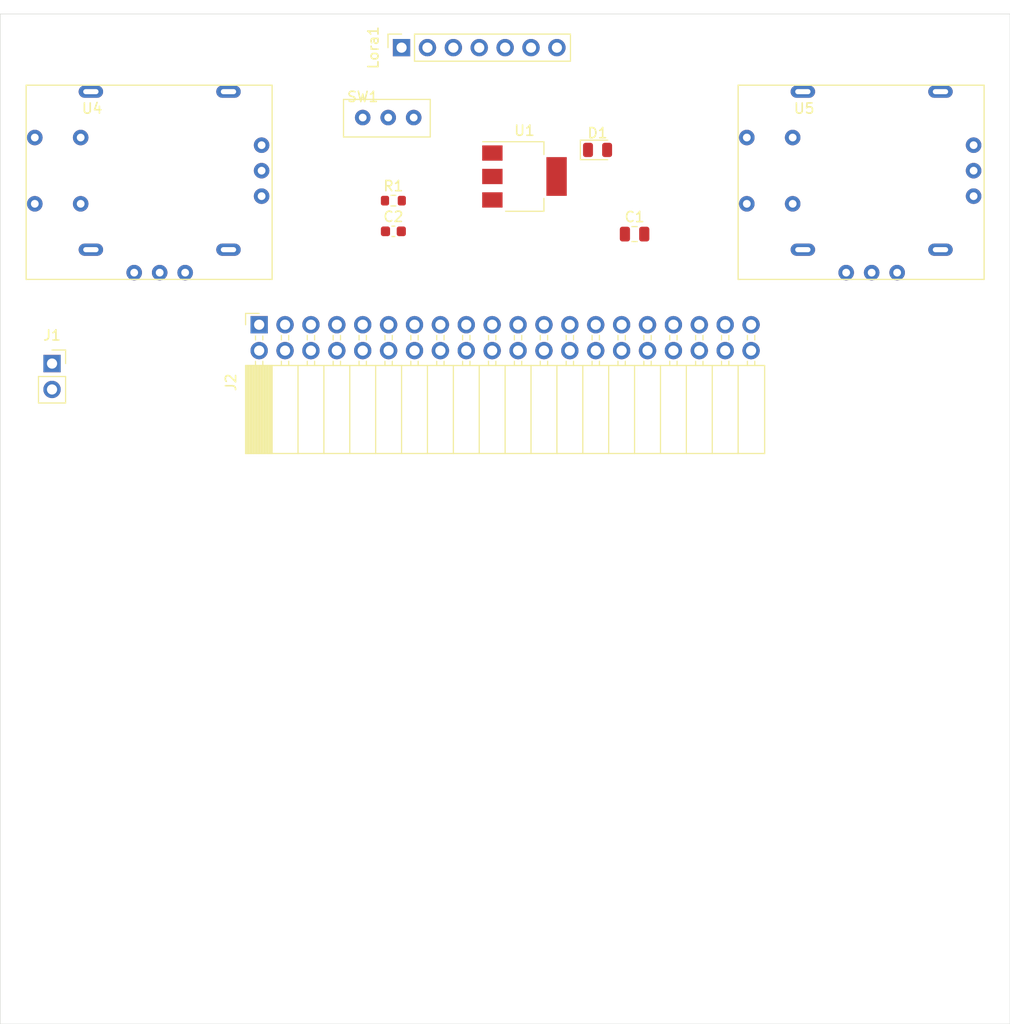
<source format=kicad_pcb>
(kicad_pcb (version 20171130) (host pcbnew 5.1.10)

  (general
    (thickness 1.6)
    (drawings 4)
    (tracks 0)
    (zones 0)
    (modules 11)
    (nets 41)
  )

  (page A4)
  (layers
    (0 F.Cu signal)
    (31 B.Cu signal)
    (32 B.Adhes user)
    (33 F.Adhes user)
    (34 B.Paste user)
    (35 F.Paste user)
    (36 B.SilkS user)
    (37 F.SilkS user)
    (38 B.Mask user)
    (39 F.Mask user)
    (40 Dwgs.User user)
    (41 Cmts.User user)
    (42 Eco1.User user)
    (43 Eco2.User user)
    (44 Edge.Cuts user)
    (45 Margin user)
    (46 B.CrtYd user)
    (47 F.CrtYd user)
    (48 B.Fab user)
    (49 F.Fab user)
  )

  (setup
    (last_trace_width 0.25)
    (user_trace_width 0.8)
    (trace_clearance 0.2)
    (zone_clearance 0.508)
    (zone_45_only no)
    (trace_min 0.2)
    (via_size 0.8)
    (via_drill 0.4)
    (via_min_size 0.4)
    (via_min_drill 0.3)
    (uvia_size 0.3)
    (uvia_drill 0.1)
    (uvias_allowed no)
    (uvia_min_size 0.2)
    (uvia_min_drill 0.1)
    (edge_width 0.05)
    (segment_width 0.2)
    (pcb_text_width 0.3)
    (pcb_text_size 1.5 1.5)
    (mod_edge_width 0.12)
    (mod_text_size 1 1)
    (mod_text_width 0.15)
    (pad_size 1.524 1.524)
    (pad_drill 0.762)
    (pad_to_mask_clearance 0)
    (aux_axis_origin 0 0)
    (visible_elements FFFFF77F)
    (pcbplotparams
      (layerselection 0x010fc_ffffffff)
      (usegerberextensions false)
      (usegerberattributes true)
      (usegerberadvancedattributes true)
      (creategerberjobfile true)
      (excludeedgelayer true)
      (linewidth 0.100000)
      (plotframeref false)
      (viasonmask false)
      (mode 1)
      (useauxorigin false)
      (hpglpennumber 1)
      (hpglpenspeed 20)
      (hpglpendiameter 15.000000)
      (psnegative false)
      (psa4output false)
      (plotreference true)
      (plotvalue true)
      (plotinvisibletext false)
      (padsonsilk false)
      (subtractmaskfromsilk false)
      (outputformat 1)
      (mirror false)
      (drillshape 1)
      (scaleselection 1)
      (outputdirectory ""))
  )

  (net 0 "")
  (net 1 GNDD)
  (net 2 +5V)
  (net 3 +3.3VA)
  (net 4 "Net-(D1-Pad2)")
  (net 5 GNDA)
  (net 6 VCC)
  (net 7 /PB5)
  (net 8 /PB4)
  (net 9 /PB3)
  (net 10 /PA15)
  (net 11 /PF7)
  (net 12 /PF6)
  (net 13 /PA11)
  (net 14 /PA10)
  (net 15 /PA9)
  (net 16 /PA8)
  (net 17 /PB15)
  (net 18 /PB14)
  (net 19 /PB13)
  (net 20 /PB12)
  (net 21 /PB11)
  (net 22 /PB10)
  (net 23 /PB2)
  (net 24 /PB1)
  (net 25 /PB0)
  (net 26 /PA7)
  (net 27 /PA6)
  (net 28 /PA5)
  (net 29 /PA4)
  (net 30 /PA3)
  (net 31 /PA2)
  (net 32 /PA1)
  (net 33 /PA0)
  (net 34 /PC13)
  (net 35 /PA12)
  (net 36 /PB7)
  (net 37 /PB6)
  (net 38 /PB9)
  (net 39 /PB8)
  (net 40 "Net-(SW1-Pad2)")

  (net_class Default "This is the default net class."
    (clearance 0.2)
    (trace_width 0.25)
    (via_dia 0.8)
    (via_drill 0.4)
    (uvia_dia 0.3)
    (uvia_drill 0.1)
    (add_net +3.3VA)
    (add_net +5V)
    (add_net /PA0)
    (add_net /PA1)
    (add_net /PA10)
    (add_net /PA11)
    (add_net /PA12)
    (add_net /PA15)
    (add_net /PA2)
    (add_net /PA3)
    (add_net /PA4)
    (add_net /PA5)
    (add_net /PA6)
    (add_net /PA7)
    (add_net /PA8)
    (add_net /PA9)
    (add_net /PB0)
    (add_net /PB1)
    (add_net /PB10)
    (add_net /PB11)
    (add_net /PB12)
    (add_net /PB13)
    (add_net /PB14)
    (add_net /PB15)
    (add_net /PB2)
    (add_net /PB3)
    (add_net /PB4)
    (add_net /PB5)
    (add_net /PB6)
    (add_net /PB7)
    (add_net /PB8)
    (add_net /PB9)
    (add_net /PC13)
    (add_net /PF6)
    (add_net /PF7)
    (add_net GNDA)
    (add_net GNDD)
    (add_net "Net-(D1-Pad2)")
    (add_net "Net-(SW1-Pad2)")
    (add_net VCC)
  )

  (module Connector_PinSocket_2.54mm:PinSocket_1x02_P2.54mm_Vertical (layer F.Cu) (tedit 5A19A420) (tstamp 6144C063)
    (at 90.17 68.58)
    (descr "Through hole straight socket strip, 1x02, 2.54mm pitch, single row (from Kicad 4.0.7), script generated")
    (tags "Through hole socket strip THT 1x02 2.54mm single row")
    (path /614E208C)
    (fp_text reference J1 (at 0 -2.77) (layer F.SilkS)
      (effects (font (size 1 1) (thickness 0.15)))
    )
    (fp_text value Conn_01x02 (at 0 5.31) (layer F.Fab)
      (effects (font (size 1 1) (thickness 0.15)))
    )
    (fp_line (start -1.8 4.3) (end -1.8 -1.8) (layer F.CrtYd) (width 0.05))
    (fp_line (start 1.75 4.3) (end -1.8 4.3) (layer F.CrtYd) (width 0.05))
    (fp_line (start 1.75 -1.8) (end 1.75 4.3) (layer F.CrtYd) (width 0.05))
    (fp_line (start -1.8 -1.8) (end 1.75 -1.8) (layer F.CrtYd) (width 0.05))
    (fp_line (start 0 -1.33) (end 1.33 -1.33) (layer F.SilkS) (width 0.12))
    (fp_line (start 1.33 -1.33) (end 1.33 0) (layer F.SilkS) (width 0.12))
    (fp_line (start 1.33 1.27) (end 1.33 3.87) (layer F.SilkS) (width 0.12))
    (fp_line (start -1.33 3.87) (end 1.33 3.87) (layer F.SilkS) (width 0.12))
    (fp_line (start -1.33 1.27) (end -1.33 3.87) (layer F.SilkS) (width 0.12))
    (fp_line (start -1.33 1.27) (end 1.33 1.27) (layer F.SilkS) (width 0.12))
    (fp_line (start -1.27 3.81) (end -1.27 -1.27) (layer F.Fab) (width 0.1))
    (fp_line (start 1.27 3.81) (end -1.27 3.81) (layer F.Fab) (width 0.1))
    (fp_line (start 1.27 -0.635) (end 1.27 3.81) (layer F.Fab) (width 0.1))
    (fp_line (start 0.635 -1.27) (end 1.27 -0.635) (layer F.Fab) (width 0.1))
    (fp_line (start -1.27 -1.27) (end 0.635 -1.27) (layer F.Fab) (width 0.1))
    (fp_text user %R (at 0 1.27 90) (layer F.Fab)
      (effects (font (size 1 1) (thickness 0.15)))
    )
    (pad 2 thru_hole oval (at 0 2.54) (size 1.7 1.7) (drill 1) (layers *.Cu *.Mask)
      (net 1 GNDD))
    (pad 1 thru_hole rect (at 0 0) (size 1.7 1.7) (drill 1) (layers *.Cu *.Mask)
      (net 6 VCC))
    (model ${KISYS3DMOD}/Connector_PinSocket_2.54mm.3dshapes/PinSocket_1x02_P2.54mm_Vertical.wrl
      (at (xyz 0 0 0))
      (scale (xyz 1 1 1))
      (rotate (xyz 0 0 0))
    )
  )

  (module Footprint:Rocker (layer F.Cu) (tedit 6143538A) (tstamp 61449D6B)
    (at 163.83 41.91)
    (path /6145763D)
    (fp_text reference U5 (at 0.127 1.651) (layer F.SilkS)
      (effects (font (size 1 1) (thickness 0.15)))
    )
    (fp_text value Rocker (at 0 2.54) (layer F.Fab)
      (effects (font (size 1 1) (thickness 0.15)))
    )
    (fp_line (start 17.653 -0.508) (end -6.223 -0.508) (layer F.Fab) (width 0.12))
    (fp_line (start 17.653 18.288) (end 17.653 -0.508) (layer F.Fab) (width 0.12))
    (fp_line (start -6.223 18.288) (end 17.653 18.288) (layer F.Fab) (width 0.12))
    (fp_line (start -6.223 -0.508) (end -6.223 18.288) (layer F.Fab) (width 0.12))
    (fp_line (start -6.985 -1.27) (end 18.415 -1.27) (layer F.CrtYd) (width 0.05))
    (fp_line (start 18.415 -1.27) (end 18.415 19.05) (layer F.CrtYd) (width 0.05))
    (fp_line (start 18.415 19.05) (end -6.985 19.05) (layer F.CrtYd) (width 0.05))
    (fp_line (start -6.985 19.05) (end -6.985 -1.27) (layer F.CrtYd) (width 0.05))
    (fp_line (start -6.35 -0.635) (end -6.35 18.415) (layer F.SilkS) (width 0.12))
    (fp_line (start -6.35 18.415) (end 17.78 18.415) (layer F.SilkS) (width 0.12))
    (fp_line (start 17.78 18.415) (end 17.78 -0.635) (layer F.SilkS) (width 0.12))
    (fp_line (start 17.78 -0.635) (end -6.35 -0.635) (layer F.SilkS) (width 0.12))
    (pad 4 thru_hole circle (at -5.5 11) (size 1.524 1.524) (drill 0.762) (layers *.Cu *.Mask)
      (net 5 GNDA))
    (pad 3 thru_hole circle (at -1 11) (size 1.524 1.524) (drill 0.762) (layers *.Cu *.Mask)
      (net 35 /PA12))
    (pad 3 thru_hole circle (at -1 4.5) (size 1.524 1.524) (drill 0.762) (layers *.Cu *.Mask)
      (net 35 /PA12))
    (pad 4 thru_hole circle (at -5.5 4.5) (size 1.524 1.524) (drill 0.762) (layers *.Cu *.Mask)
      (net 5 GNDA))
    (pad 4 thru_hole circle (at 9.25 17.75) (size 1.524 1.524) (drill 0.762) (layers *.Cu *.Mask)
      (net 5 GNDA))
    (pad 2 thru_hole circle (at 6.75 17.75) (size 1.524 1.524) (drill 0.762) (layers *.Cu *.Mask)
      (net 30 /PA3))
    (pad 5 thru_hole circle (at 4.25 17.75) (size 1.524 1.524) (drill 0.762) (layers *.Cu *.Mask)
      (net 3 +3.3VA))
    (pad 5 thru_hole circle (at 16.75 10.25) (size 1.524 1.524) (drill 0.762) (layers *.Cu *.Mask)
      (net 3 +3.3VA))
    (pad 1 thru_hole circle (at 16.75 7.75) (size 1.524 1.524) (drill 0.762) (layers *.Cu *.Mask)
      (net 31 /PA2))
    (pad 4 thru_hole circle (at 16.75 5.25) (size 1.524 1.524) (drill 0.762) (layers *.Cu *.Mask)
      (net 5 GNDA))
    (pad 4 thru_hole oval (at 13.5 15.5) (size 2.4 1.2) (drill oval 1.5 0.5) (layers *.Cu *.Mask)
      (net 5 GNDA))
    (pad 4 thru_hole oval (at 0 15.5) (size 2.4 1.2) (drill oval 1.5 0.5) (layers *.Cu *.Mask)
      (net 5 GNDA))
    (pad 4 thru_hole oval (at 13.5 0) (size 2.4 1.2) (drill oval 1.5 0.5) (layers *.Cu *.Mask)
      (net 5 GNDA))
    (pad 4 thru_hole oval (at 0 0) (size 2.4 1.2) (drill oval 1.5 0.5) (layers *.Cu *.Mask)
      (net 5 GNDA))
  )

  (module Footprint:Rocker (layer F.Cu) (tedit 6143538A) (tstamp 61449D4D)
    (at 93.98 41.91)
    (path /6145737A)
    (fp_text reference U4 (at 0.127 1.651) (layer F.SilkS)
      (effects (font (size 1 1) (thickness 0.15)))
    )
    (fp_text value Rocker (at 0 2.54) (layer F.Fab)
      (effects (font (size 1 1) (thickness 0.15)))
    )
    (fp_line (start 17.653 -0.508) (end -6.223 -0.508) (layer F.Fab) (width 0.12))
    (fp_line (start 17.653 18.288) (end 17.653 -0.508) (layer F.Fab) (width 0.12))
    (fp_line (start -6.223 18.288) (end 17.653 18.288) (layer F.Fab) (width 0.12))
    (fp_line (start -6.223 -0.508) (end -6.223 18.288) (layer F.Fab) (width 0.12))
    (fp_line (start -6.985 -1.27) (end 18.415 -1.27) (layer F.CrtYd) (width 0.05))
    (fp_line (start 18.415 -1.27) (end 18.415 19.05) (layer F.CrtYd) (width 0.05))
    (fp_line (start 18.415 19.05) (end -6.985 19.05) (layer F.CrtYd) (width 0.05))
    (fp_line (start -6.985 19.05) (end -6.985 -1.27) (layer F.CrtYd) (width 0.05))
    (fp_line (start -6.35 -0.635) (end -6.35 18.415) (layer F.SilkS) (width 0.12))
    (fp_line (start -6.35 18.415) (end 17.78 18.415) (layer F.SilkS) (width 0.12))
    (fp_line (start 17.78 18.415) (end 17.78 -0.635) (layer F.SilkS) (width 0.12))
    (fp_line (start 17.78 -0.635) (end -6.35 -0.635) (layer F.SilkS) (width 0.12))
    (pad 4 thru_hole circle (at -5.5 11) (size 1.524 1.524) (drill 0.762) (layers *.Cu *.Mask)
      (net 5 GNDA))
    (pad 3 thru_hole circle (at -1 11) (size 1.524 1.524) (drill 0.762) (layers *.Cu *.Mask)
      (net 17 /PB15))
    (pad 3 thru_hole circle (at -1 4.5) (size 1.524 1.524) (drill 0.762) (layers *.Cu *.Mask)
      (net 17 /PB15))
    (pad 4 thru_hole circle (at -5.5 4.5) (size 1.524 1.524) (drill 0.762) (layers *.Cu *.Mask)
      (net 5 GNDA))
    (pad 4 thru_hole circle (at 9.25 17.75) (size 1.524 1.524) (drill 0.762) (layers *.Cu *.Mask)
      (net 5 GNDA))
    (pad 2 thru_hole circle (at 6.75 17.75) (size 1.524 1.524) (drill 0.762) (layers *.Cu *.Mask)
      (net 32 /PA1))
    (pad 5 thru_hole circle (at 4.25 17.75) (size 1.524 1.524) (drill 0.762) (layers *.Cu *.Mask)
      (net 3 +3.3VA))
    (pad 5 thru_hole circle (at 16.75 10.25) (size 1.524 1.524) (drill 0.762) (layers *.Cu *.Mask)
      (net 3 +3.3VA))
    (pad 1 thru_hole circle (at 16.75 7.75) (size 1.524 1.524) (drill 0.762) (layers *.Cu *.Mask)
      (net 33 /PA0))
    (pad 4 thru_hole circle (at 16.75 5.25) (size 1.524 1.524) (drill 0.762) (layers *.Cu *.Mask)
      (net 5 GNDA))
    (pad 4 thru_hole oval (at 13.5 15.5) (size 2.4 1.2) (drill oval 1.5 0.5) (layers *.Cu *.Mask)
      (net 5 GNDA))
    (pad 4 thru_hole oval (at 0 15.5) (size 2.4 1.2) (drill oval 1.5 0.5) (layers *.Cu *.Mask)
      (net 5 GNDA))
    (pad 4 thru_hole oval (at 13.5 0) (size 2.4 1.2) (drill oval 1.5 0.5) (layers *.Cu *.Mask)
      (net 5 GNDA))
    (pad 4 thru_hole oval (at 0 0) (size 2.4 1.2) (drill oval 1.5 0.5) (layers *.Cu *.Mask)
      (net 5 GNDA))
  )

  (module Package_TO_SOT_SMD:SOT-223-3_TabPin2 (layer F.Cu) (tedit 5A02FF57) (tstamp 61449D2F)
    (at 136.518 50.23)
    (descr "module CMS SOT223 4 pins")
    (tags "CMS SOT")
    (path /6153B2EB)
    (attr smd)
    (fp_text reference U1 (at 0 -4.5) (layer F.SilkS)
      (effects (font (size 1 1) (thickness 0.15)))
    )
    (fp_text value AMS1117-5.0 (at 0 4.5) (layer F.Fab)
      (effects (font (size 1 1) (thickness 0.15)))
    )
    (fp_line (start 1.85 -3.35) (end 1.85 3.35) (layer F.Fab) (width 0.1))
    (fp_line (start -1.85 3.35) (end 1.85 3.35) (layer F.Fab) (width 0.1))
    (fp_line (start -4.1 -3.41) (end 1.91 -3.41) (layer F.SilkS) (width 0.12))
    (fp_line (start -0.85 -3.35) (end 1.85 -3.35) (layer F.Fab) (width 0.1))
    (fp_line (start -1.85 3.41) (end 1.91 3.41) (layer F.SilkS) (width 0.12))
    (fp_line (start -1.85 -2.35) (end -1.85 3.35) (layer F.Fab) (width 0.1))
    (fp_line (start -1.85 -2.35) (end -0.85 -3.35) (layer F.Fab) (width 0.1))
    (fp_line (start -4.4 -3.6) (end -4.4 3.6) (layer F.CrtYd) (width 0.05))
    (fp_line (start -4.4 3.6) (end 4.4 3.6) (layer F.CrtYd) (width 0.05))
    (fp_line (start 4.4 3.6) (end 4.4 -3.6) (layer F.CrtYd) (width 0.05))
    (fp_line (start 4.4 -3.6) (end -4.4 -3.6) (layer F.CrtYd) (width 0.05))
    (fp_line (start 1.91 -3.41) (end 1.91 -2.15) (layer F.SilkS) (width 0.12))
    (fp_line (start 1.91 3.41) (end 1.91 2.15) (layer F.SilkS) (width 0.12))
    (fp_text user %R (at 0 0 90) (layer F.Fab)
      (effects (font (size 0.8 0.8) (thickness 0.12)))
    )
    (pad 1 smd rect (at -3.15 -2.3) (size 2 1.5) (layers F.Cu F.Paste F.Mask)
      (net 1 GNDD))
    (pad 3 smd rect (at -3.15 2.3) (size 2 1.5) (layers F.Cu F.Paste F.Mask)
      (net 40 "Net-(SW1-Pad2)"))
    (pad 2 smd rect (at -3.15 0) (size 2 1.5) (layers F.Cu F.Paste F.Mask)
      (net 2 +5V))
    (pad 2 smd rect (at 3.15 0) (size 2 3.8) (layers F.Cu F.Paste F.Mask)
      (net 2 +5V))
    (model ${KISYS3DMOD}/Package_TO_SOT_SMD.3dshapes/SOT-223.wrl
      (at (xyz 0 0 0))
      (scale (xyz 1 1 1))
      (rotate (xyz 0 0 0))
    )
  )

  (module Footprint:SS12D00 (layer F.Cu) (tedit 614355F8) (tstamp 61449D19)
    (at 120.65 44.45)
    (path /614FFB0D)
    (fp_text reference SW1 (at 0 -2.032) (layer F.SilkS)
      (effects (font (size 1 1) (thickness 0.15)))
    )
    (fp_text value SW_Push (at 0.127 -1.27) (layer F.Fab)
      (effects (font (size 1 1) (thickness 0.15)))
    )
    (fp_line (start -2.032 -2.032) (end -2.032 -1.905) (layer F.CrtYd) (width 0.05))
    (fp_line (start 6.858 -2.032) (end -2.032 -2.032) (layer F.CrtYd) (width 0.05))
    (fp_line (start 6.858 2.159) (end 6.858 -2.032) (layer F.CrtYd) (width 0.05))
    (fp_line (start -2.032 2.159) (end 6.858 2.159) (layer F.CrtYd) (width 0.05))
    (fp_line (start -2.032 -1.905) (end -2.032 2.159) (layer F.CrtYd) (width 0.05))
    (fp_line (start 6.477 -1.651) (end -1.778 -1.651) (layer B.CrtYd) (width 0.12))
    (fp_line (start 6.477 1.778) (end 6.477 -1.651) (layer B.CrtYd) (width 0.12))
    (fp_line (start -1.778 1.778) (end 6.477 1.778) (layer B.CrtYd) (width 0.12))
    (fp_line (start -1.778 -1.651) (end -1.778 1.778) (layer B.CrtYd) (width 0.12))
    (fp_line (start 6.624 -1.778) (end 6.624 1.905) (layer F.SilkS) (width 0.12))
    (fp_line (start -1.876 1.905) (end 6.624 1.905) (layer F.SilkS) (width 0.12))
    (fp_line (start -1.885 -1.778) (end -1.885 1.922) (layer F.SilkS) (width 0.12))
    (fp_line (start -1.876 -1.778) (end 6.624 -1.778) (layer F.SilkS) (width 0.12))
    (pad 3 thru_hole circle (at 5 0) (size 1.524 1.524) (drill 0.762) (layers *.Cu *.Mask))
    (pad 2 thru_hole circle (at 2.5 0) (size 1.524 1.524) (drill 0.762) (layers *.Cu *.Mask)
      (net 40 "Net-(SW1-Pad2)"))
    (pad 1 thru_hole circle (at 0 0) (size 1.524 1.524) (drill 0.762) (layers *.Cu *.Mask)
      (net 6 VCC))
  )

  (module Resistor_SMD:R_0603_1608Metric (layer F.Cu) (tedit 5F68FEEE) (tstamp 61449D05)
    (at 123.658 52.6)
    (descr "Resistor SMD 0603 (1608 Metric), square (rectangular) end terminal, IPC_7351 nominal, (Body size source: IPC-SM-782 page 72, https://www.pcb-3d.com/wordpress/wp-content/uploads/ipc-sm-782a_amendment_1_and_2.pdf), generated with kicad-footprint-generator")
    (tags resistor)
    (path /615291A6)
    (attr smd)
    (fp_text reference R1 (at 0 -1.43) (layer F.SilkS)
      (effects (font (size 1 1) (thickness 0.15)))
    )
    (fp_text value 510R (at 0 1.43) (layer F.Fab)
      (effects (font (size 1 1) (thickness 0.15)))
    )
    (fp_line (start 1.48 0.73) (end -1.48 0.73) (layer F.CrtYd) (width 0.05))
    (fp_line (start 1.48 -0.73) (end 1.48 0.73) (layer F.CrtYd) (width 0.05))
    (fp_line (start -1.48 -0.73) (end 1.48 -0.73) (layer F.CrtYd) (width 0.05))
    (fp_line (start -1.48 0.73) (end -1.48 -0.73) (layer F.CrtYd) (width 0.05))
    (fp_line (start -0.237258 0.5225) (end 0.237258 0.5225) (layer F.SilkS) (width 0.12))
    (fp_line (start -0.237258 -0.5225) (end 0.237258 -0.5225) (layer F.SilkS) (width 0.12))
    (fp_line (start 0.8 0.4125) (end -0.8 0.4125) (layer F.Fab) (width 0.1))
    (fp_line (start 0.8 -0.4125) (end 0.8 0.4125) (layer F.Fab) (width 0.1))
    (fp_line (start -0.8 -0.4125) (end 0.8 -0.4125) (layer F.Fab) (width 0.1))
    (fp_line (start -0.8 0.4125) (end -0.8 -0.4125) (layer F.Fab) (width 0.1))
    (fp_text user %R (at 0 0) (layer F.Fab)
      (effects (font (size 0.4 0.4) (thickness 0.06)))
    )
    (pad 2 smd roundrect (at 0.825 0) (size 0.8 0.95) (layers F.Cu F.Paste F.Mask) (roundrect_rratio 0.25)
      (net 2 +5V))
    (pad 1 smd roundrect (at -0.825 0) (size 0.8 0.95) (layers F.Cu F.Paste F.Mask) (roundrect_rratio 0.25)
      (net 4 "Net-(D1-Pad2)"))
    (model ${KISYS3DMOD}/Resistor_SMD.3dshapes/R_0603_1608Metric.wrl
      (at (xyz 0 0 0))
      (scale (xyz 1 1 1))
      (rotate (xyz 0 0 0))
    )
  )

  (module Connector_PinSocket_2.54mm:PinSocket_1x07_P2.54mm_Vertical (layer F.Cu) (tedit 5A19A433) (tstamp 6144A6A4)
    (at 124.46 37.592 90)
    (descr "Through hole straight socket strip, 1x07, 2.54mm pitch, single row (from Kicad 4.0.7), script generated")
    (tags "Through hole socket strip THT 1x07 2.54mm single row")
    (path /614A3D93)
    (fp_text reference Lora1 (at 0 -2.77 90) (layer F.SilkS)
      (effects (font (size 1 1) (thickness 0.15)))
    )
    (fp_text value Conn_01x07 (at 0 18.01 90) (layer F.Fab)
      (effects (font (size 1 1) (thickness 0.15)))
    )
    (fp_line (start -1.8 17) (end -1.8 -1.8) (layer F.CrtYd) (width 0.05))
    (fp_line (start 1.75 17) (end -1.8 17) (layer F.CrtYd) (width 0.05))
    (fp_line (start 1.75 -1.8) (end 1.75 17) (layer F.CrtYd) (width 0.05))
    (fp_line (start -1.8 -1.8) (end 1.75 -1.8) (layer F.CrtYd) (width 0.05))
    (fp_line (start 0 -1.33) (end 1.33 -1.33) (layer F.SilkS) (width 0.12))
    (fp_line (start 1.33 -1.33) (end 1.33 0) (layer F.SilkS) (width 0.12))
    (fp_line (start 1.33 1.27) (end 1.33 16.57) (layer F.SilkS) (width 0.12))
    (fp_line (start -1.33 16.57) (end 1.33 16.57) (layer F.SilkS) (width 0.12))
    (fp_line (start -1.33 1.27) (end -1.33 16.57) (layer F.SilkS) (width 0.12))
    (fp_line (start -1.33 1.27) (end 1.33 1.27) (layer F.SilkS) (width 0.12))
    (fp_line (start -1.27 16.51) (end -1.27 -1.27) (layer F.Fab) (width 0.1))
    (fp_line (start 1.27 16.51) (end -1.27 16.51) (layer F.Fab) (width 0.1))
    (fp_line (start 1.27 -0.635) (end 1.27 16.51) (layer F.Fab) (width 0.1))
    (fp_line (start 0.635 -1.27) (end 1.27 -0.635) (layer F.Fab) (width 0.1))
    (fp_line (start -1.27 -1.27) (end 0.635 -1.27) (layer F.Fab) (width 0.1))
    (fp_text user %R (at 0 7.62) (layer F.Fab)
      (effects (font (size 1 1) (thickness 0.15)))
    )
    (pad 7 thru_hole oval (at 0 15.24 90) (size 1.7 1.7) (drill 1) (layers *.Cu *.Mask)
      (net 20 /PB12))
    (pad 6 thru_hole oval (at 0 12.7 90) (size 1.7 1.7) (drill 1) (layers *.Cu *.Mask)
      (net 19 /PB13))
    (pad 5 thru_hole oval (at 0 10.16 90) (size 1.7 1.7) (drill 1) (layers *.Cu *.Mask)
      (net 37 /PB6))
    (pad 4 thru_hole oval (at 0 7.62 90) (size 1.7 1.7) (drill 1) (layers *.Cu *.Mask)
      (net 36 /PB7))
    (pad 3 thru_hole oval (at 0 5.08 90) (size 1.7 1.7) (drill 1) (layers *.Cu *.Mask)
      (net 18 /PB14))
    (pad 2 thru_hole oval (at 0 2.54 90) (size 1.7 1.7) (drill 1) (layers *.Cu *.Mask)
      (net 2 +5V))
    (pad 1 thru_hole rect (at 0 0 90) (size 1.7 1.7) (drill 1) (layers *.Cu *.Mask)
      (net 1 GNDD))
    (model ${KISYS3DMOD}/Connector_PinSocket_2.54mm.3dshapes/PinSocket_1x07_P2.54mm_Vertical.wrl
      (at (xyz 0 0 0))
      (scale (xyz 1 1 1))
      (rotate (xyz 0 0 0))
    )
  )

  (module Connector_PinSocket_2.54mm:PinSocket_2x20_P2.54mm_Horizontal (layer F.Cu) (tedit 5A19A423) (tstamp 61449CD9)
    (at 110.49 64.77 90)
    (descr "Through hole angled socket strip, 2x20, 2.54mm pitch, 8.51mm socket length, double cols (from Kicad 4.0.7), script generated")
    (tags "Through hole angled socket strip THT 2x20 2.54mm double row")
    (path /6146D6C6)
    (fp_text reference J2 (at -5.65 -2.77 90) (layer F.SilkS)
      (effects (font (size 1 1) (thickness 0.15)))
    )
    (fp_text value Conn_02x20_Odd_Even (at -5.65 51.03 90) (layer F.Fab)
      (effects (font (size 1 1) (thickness 0.15)))
    )
    (fp_line (start 1.8 50.05) (end 1.8 -1.75) (layer F.CrtYd) (width 0.05))
    (fp_line (start -13.05 50.05) (end 1.8 50.05) (layer F.CrtYd) (width 0.05))
    (fp_line (start -13.05 -1.75) (end -13.05 50.05) (layer F.CrtYd) (width 0.05))
    (fp_line (start 1.8 -1.75) (end -13.05 -1.75) (layer F.CrtYd) (width 0.05))
    (fp_line (start 0 -1.33) (end 1.11 -1.33) (layer F.SilkS) (width 0.12))
    (fp_line (start 1.11 -1.33) (end 1.11 0) (layer F.SilkS) (width 0.12))
    (fp_line (start -12.63 -1.33) (end -12.63 49.59) (layer F.SilkS) (width 0.12))
    (fp_line (start -12.63 49.59) (end -4 49.59) (layer F.SilkS) (width 0.12))
    (fp_line (start -4 -1.33) (end -4 49.59) (layer F.SilkS) (width 0.12))
    (fp_line (start -12.63 -1.33) (end -4 -1.33) (layer F.SilkS) (width 0.12))
    (fp_line (start -12.63 46.99) (end -4 46.99) (layer F.SilkS) (width 0.12))
    (fp_line (start -12.63 44.45) (end -4 44.45) (layer F.SilkS) (width 0.12))
    (fp_line (start -12.63 41.91) (end -4 41.91) (layer F.SilkS) (width 0.12))
    (fp_line (start -12.63 39.37) (end -4 39.37) (layer F.SilkS) (width 0.12))
    (fp_line (start -12.63 36.83) (end -4 36.83) (layer F.SilkS) (width 0.12))
    (fp_line (start -12.63 34.29) (end -4 34.29) (layer F.SilkS) (width 0.12))
    (fp_line (start -12.63 31.75) (end -4 31.75) (layer F.SilkS) (width 0.12))
    (fp_line (start -12.63 29.21) (end -4 29.21) (layer F.SilkS) (width 0.12))
    (fp_line (start -12.63 26.67) (end -4 26.67) (layer F.SilkS) (width 0.12))
    (fp_line (start -12.63 24.13) (end -4 24.13) (layer F.SilkS) (width 0.12))
    (fp_line (start -12.63 21.59) (end -4 21.59) (layer F.SilkS) (width 0.12))
    (fp_line (start -12.63 19.05) (end -4 19.05) (layer F.SilkS) (width 0.12))
    (fp_line (start -12.63 16.51) (end -4 16.51) (layer F.SilkS) (width 0.12))
    (fp_line (start -12.63 13.97) (end -4 13.97) (layer F.SilkS) (width 0.12))
    (fp_line (start -12.63 11.43) (end -4 11.43) (layer F.SilkS) (width 0.12))
    (fp_line (start -12.63 8.89) (end -4 8.89) (layer F.SilkS) (width 0.12))
    (fp_line (start -12.63 6.35) (end -4 6.35) (layer F.SilkS) (width 0.12))
    (fp_line (start -12.63 3.81) (end -4 3.81) (layer F.SilkS) (width 0.12))
    (fp_line (start -12.63 1.27) (end -4 1.27) (layer F.SilkS) (width 0.12))
    (fp_line (start -1.49 48.62) (end -1.05 48.62) (layer F.SilkS) (width 0.12))
    (fp_line (start -4 48.62) (end -3.59 48.62) (layer F.SilkS) (width 0.12))
    (fp_line (start -1.49 47.9) (end -1.05 47.9) (layer F.SilkS) (width 0.12))
    (fp_line (start -4 47.9) (end -3.59 47.9) (layer F.SilkS) (width 0.12))
    (fp_line (start -1.49 46.08) (end -1.05 46.08) (layer F.SilkS) (width 0.12))
    (fp_line (start -4 46.08) (end -3.59 46.08) (layer F.SilkS) (width 0.12))
    (fp_line (start -1.49 45.36) (end -1.05 45.36) (layer F.SilkS) (width 0.12))
    (fp_line (start -4 45.36) (end -3.59 45.36) (layer F.SilkS) (width 0.12))
    (fp_line (start -1.49 43.54) (end -1.05 43.54) (layer F.SilkS) (width 0.12))
    (fp_line (start -4 43.54) (end -3.59 43.54) (layer F.SilkS) (width 0.12))
    (fp_line (start -1.49 42.82) (end -1.05 42.82) (layer F.SilkS) (width 0.12))
    (fp_line (start -4 42.82) (end -3.59 42.82) (layer F.SilkS) (width 0.12))
    (fp_line (start -1.49 41) (end -1.05 41) (layer F.SilkS) (width 0.12))
    (fp_line (start -4 41) (end -3.59 41) (layer F.SilkS) (width 0.12))
    (fp_line (start -1.49 40.28) (end -1.05 40.28) (layer F.SilkS) (width 0.12))
    (fp_line (start -4 40.28) (end -3.59 40.28) (layer F.SilkS) (width 0.12))
    (fp_line (start -1.49 38.46) (end -1.05 38.46) (layer F.SilkS) (width 0.12))
    (fp_line (start -4 38.46) (end -3.59 38.46) (layer F.SilkS) (width 0.12))
    (fp_line (start -1.49 37.74) (end -1.05 37.74) (layer F.SilkS) (width 0.12))
    (fp_line (start -4 37.74) (end -3.59 37.74) (layer F.SilkS) (width 0.12))
    (fp_line (start -1.49 35.92) (end -1.05 35.92) (layer F.SilkS) (width 0.12))
    (fp_line (start -4 35.92) (end -3.59 35.92) (layer F.SilkS) (width 0.12))
    (fp_line (start -1.49 35.2) (end -1.05 35.2) (layer F.SilkS) (width 0.12))
    (fp_line (start -4 35.2) (end -3.59 35.2) (layer F.SilkS) (width 0.12))
    (fp_line (start -1.49 33.38) (end -1.05 33.38) (layer F.SilkS) (width 0.12))
    (fp_line (start -4 33.38) (end -3.59 33.38) (layer F.SilkS) (width 0.12))
    (fp_line (start -1.49 32.66) (end -1.05 32.66) (layer F.SilkS) (width 0.12))
    (fp_line (start -4 32.66) (end -3.59 32.66) (layer F.SilkS) (width 0.12))
    (fp_line (start -1.49 30.84) (end -1.05 30.84) (layer F.SilkS) (width 0.12))
    (fp_line (start -4 30.84) (end -3.59 30.84) (layer F.SilkS) (width 0.12))
    (fp_line (start -1.49 30.12) (end -1.05 30.12) (layer F.SilkS) (width 0.12))
    (fp_line (start -4 30.12) (end -3.59 30.12) (layer F.SilkS) (width 0.12))
    (fp_line (start -1.49 28.3) (end -1.05 28.3) (layer F.SilkS) (width 0.12))
    (fp_line (start -4 28.3) (end -3.59 28.3) (layer F.SilkS) (width 0.12))
    (fp_line (start -1.49 27.58) (end -1.05 27.58) (layer F.SilkS) (width 0.12))
    (fp_line (start -4 27.58) (end -3.59 27.58) (layer F.SilkS) (width 0.12))
    (fp_line (start -1.49 25.76) (end -1.05 25.76) (layer F.SilkS) (width 0.12))
    (fp_line (start -4 25.76) (end -3.59 25.76) (layer F.SilkS) (width 0.12))
    (fp_line (start -1.49 25.04) (end -1.05 25.04) (layer F.SilkS) (width 0.12))
    (fp_line (start -4 25.04) (end -3.59 25.04) (layer F.SilkS) (width 0.12))
    (fp_line (start -1.49 23.22) (end -1.05 23.22) (layer F.SilkS) (width 0.12))
    (fp_line (start -4 23.22) (end -3.59 23.22) (layer F.SilkS) (width 0.12))
    (fp_line (start -1.49 22.5) (end -1.05 22.5) (layer F.SilkS) (width 0.12))
    (fp_line (start -4 22.5) (end -3.59 22.5) (layer F.SilkS) (width 0.12))
    (fp_line (start -1.49 20.68) (end -1.05 20.68) (layer F.SilkS) (width 0.12))
    (fp_line (start -4 20.68) (end -3.59 20.68) (layer F.SilkS) (width 0.12))
    (fp_line (start -1.49 19.96) (end -1.05 19.96) (layer F.SilkS) (width 0.12))
    (fp_line (start -4 19.96) (end -3.59 19.96) (layer F.SilkS) (width 0.12))
    (fp_line (start -1.49 18.14) (end -1.05 18.14) (layer F.SilkS) (width 0.12))
    (fp_line (start -4 18.14) (end -3.59 18.14) (layer F.SilkS) (width 0.12))
    (fp_line (start -1.49 17.42) (end -1.05 17.42) (layer F.SilkS) (width 0.12))
    (fp_line (start -4 17.42) (end -3.59 17.42) (layer F.SilkS) (width 0.12))
    (fp_line (start -1.49 15.6) (end -1.05 15.6) (layer F.SilkS) (width 0.12))
    (fp_line (start -4 15.6) (end -3.59 15.6) (layer F.SilkS) (width 0.12))
    (fp_line (start -1.49 14.88) (end -1.05 14.88) (layer F.SilkS) (width 0.12))
    (fp_line (start -4 14.88) (end -3.59 14.88) (layer F.SilkS) (width 0.12))
    (fp_line (start -1.49 13.06) (end -1.05 13.06) (layer F.SilkS) (width 0.12))
    (fp_line (start -4 13.06) (end -3.59 13.06) (layer F.SilkS) (width 0.12))
    (fp_line (start -1.49 12.34) (end -1.05 12.34) (layer F.SilkS) (width 0.12))
    (fp_line (start -4 12.34) (end -3.59 12.34) (layer F.SilkS) (width 0.12))
    (fp_line (start -1.49 10.52) (end -1.05 10.52) (layer F.SilkS) (width 0.12))
    (fp_line (start -4 10.52) (end -3.59 10.52) (layer F.SilkS) (width 0.12))
    (fp_line (start -1.49 9.8) (end -1.05 9.8) (layer F.SilkS) (width 0.12))
    (fp_line (start -4 9.8) (end -3.59 9.8) (layer F.SilkS) (width 0.12))
    (fp_line (start -1.49 7.98) (end -1.05 7.98) (layer F.SilkS) (width 0.12))
    (fp_line (start -4 7.98) (end -3.59 7.98) (layer F.SilkS) (width 0.12))
    (fp_line (start -1.49 7.26) (end -1.05 7.26) (layer F.SilkS) (width 0.12))
    (fp_line (start -4 7.26) (end -3.59 7.26) (layer F.SilkS) (width 0.12))
    (fp_line (start -1.49 5.44) (end -1.05 5.44) (layer F.SilkS) (width 0.12))
    (fp_line (start -4 5.44) (end -3.59 5.44) (layer F.SilkS) (width 0.12))
    (fp_line (start -1.49 4.72) (end -1.05 4.72) (layer F.SilkS) (width 0.12))
    (fp_line (start -4 4.72) (end -3.59 4.72) (layer F.SilkS) (width 0.12))
    (fp_line (start -1.49 2.9) (end -1.05 2.9) (layer F.SilkS) (width 0.12))
    (fp_line (start -4 2.9) (end -3.59 2.9) (layer F.SilkS) (width 0.12))
    (fp_line (start -1.49 2.18) (end -1.05 2.18) (layer F.SilkS) (width 0.12))
    (fp_line (start -4 2.18) (end -3.59 2.18) (layer F.SilkS) (width 0.12))
    (fp_line (start -1.49 0.36) (end -1.11 0.36) (layer F.SilkS) (width 0.12))
    (fp_line (start -4 0.36) (end -3.59 0.36) (layer F.SilkS) (width 0.12))
    (fp_line (start -1.49 -0.36) (end -1.11 -0.36) (layer F.SilkS) (width 0.12))
    (fp_line (start -4 -0.36) (end -3.59 -0.36) (layer F.SilkS) (width 0.12))
    (fp_line (start -12.63 1.1519) (end -4 1.1519) (layer F.SilkS) (width 0.12))
    (fp_line (start -12.63 1.033805) (end -4 1.033805) (layer F.SilkS) (width 0.12))
    (fp_line (start -12.63 0.91571) (end -4 0.91571) (layer F.SilkS) (width 0.12))
    (fp_line (start -12.63 0.797615) (end -4 0.797615) (layer F.SilkS) (width 0.12))
    (fp_line (start -12.63 0.67952) (end -4 0.67952) (layer F.SilkS) (width 0.12))
    (fp_line (start -12.63 0.561425) (end -4 0.561425) (layer F.SilkS) (width 0.12))
    (fp_line (start -12.63 0.44333) (end -4 0.44333) (layer F.SilkS) (width 0.12))
    (fp_line (start -12.63 0.325235) (end -4 0.325235) (layer F.SilkS) (width 0.12))
    (fp_line (start -12.63 0.20714) (end -4 0.20714) (layer F.SilkS) (width 0.12))
    (fp_line (start -12.63 0.089045) (end -4 0.089045) (layer F.SilkS) (width 0.12))
    (fp_line (start -12.63 -0.02905) (end -4 -0.02905) (layer F.SilkS) (width 0.12))
    (fp_line (start -12.63 -0.147145) (end -4 -0.147145) (layer F.SilkS) (width 0.12))
    (fp_line (start -12.63 -0.26524) (end -4 -0.26524) (layer F.SilkS) (width 0.12))
    (fp_line (start -12.63 -0.383335) (end -4 -0.383335) (layer F.SilkS) (width 0.12))
    (fp_line (start -12.63 -0.50143) (end -4 -0.50143) (layer F.SilkS) (width 0.12))
    (fp_line (start -12.63 -0.619525) (end -4 -0.619525) (layer F.SilkS) (width 0.12))
    (fp_line (start -12.63 -0.73762) (end -4 -0.73762) (layer F.SilkS) (width 0.12))
    (fp_line (start -12.63 -0.855715) (end -4 -0.855715) (layer F.SilkS) (width 0.12))
    (fp_line (start -12.63 -0.97381) (end -4 -0.97381) (layer F.SilkS) (width 0.12))
    (fp_line (start -12.63 -1.091905) (end -4 -1.091905) (layer F.SilkS) (width 0.12))
    (fp_line (start -12.63 -1.21) (end -4 -1.21) (layer F.SilkS) (width 0.12))
    (fp_line (start 0 48.56) (end 0 47.96) (layer F.Fab) (width 0.1))
    (fp_line (start -4.06 48.56) (end 0 48.56) (layer F.Fab) (width 0.1))
    (fp_line (start 0 47.96) (end -4.06 47.96) (layer F.Fab) (width 0.1))
    (fp_line (start 0 46.02) (end 0 45.42) (layer F.Fab) (width 0.1))
    (fp_line (start -4.06 46.02) (end 0 46.02) (layer F.Fab) (width 0.1))
    (fp_line (start 0 45.42) (end -4.06 45.42) (layer F.Fab) (width 0.1))
    (fp_line (start 0 43.48) (end 0 42.88) (layer F.Fab) (width 0.1))
    (fp_line (start -4.06 43.48) (end 0 43.48) (layer F.Fab) (width 0.1))
    (fp_line (start 0 42.88) (end -4.06 42.88) (layer F.Fab) (width 0.1))
    (fp_line (start 0 40.94) (end 0 40.34) (layer F.Fab) (width 0.1))
    (fp_line (start -4.06 40.94) (end 0 40.94) (layer F.Fab) (width 0.1))
    (fp_line (start 0 40.34) (end -4.06 40.34) (layer F.Fab) (width 0.1))
    (fp_line (start 0 38.4) (end 0 37.8) (layer F.Fab) (width 0.1))
    (fp_line (start -4.06 38.4) (end 0 38.4) (layer F.Fab) (width 0.1))
    (fp_line (start 0 37.8) (end -4.06 37.8) (layer F.Fab) (width 0.1))
    (fp_line (start 0 35.86) (end 0 35.26) (layer F.Fab) (width 0.1))
    (fp_line (start -4.06 35.86) (end 0 35.86) (layer F.Fab) (width 0.1))
    (fp_line (start 0 35.26) (end -4.06 35.26) (layer F.Fab) (width 0.1))
    (fp_line (start 0 33.32) (end 0 32.72) (layer F.Fab) (width 0.1))
    (fp_line (start -4.06 33.32) (end 0 33.32) (layer F.Fab) (width 0.1))
    (fp_line (start 0 32.72) (end -4.06 32.72) (layer F.Fab) (width 0.1))
    (fp_line (start 0 30.78) (end 0 30.18) (layer F.Fab) (width 0.1))
    (fp_line (start -4.06 30.78) (end 0 30.78) (layer F.Fab) (width 0.1))
    (fp_line (start 0 30.18) (end -4.06 30.18) (layer F.Fab) (width 0.1))
    (fp_line (start 0 28.24) (end 0 27.64) (layer F.Fab) (width 0.1))
    (fp_line (start -4.06 28.24) (end 0 28.24) (layer F.Fab) (width 0.1))
    (fp_line (start 0 27.64) (end -4.06 27.64) (layer F.Fab) (width 0.1))
    (fp_line (start 0 25.7) (end 0 25.1) (layer F.Fab) (width 0.1))
    (fp_line (start -4.06 25.7) (end 0 25.7) (layer F.Fab) (width 0.1))
    (fp_line (start 0 25.1) (end -4.06 25.1) (layer F.Fab) (width 0.1))
    (fp_line (start 0 23.16) (end 0 22.56) (layer F.Fab) (width 0.1))
    (fp_line (start -4.06 23.16) (end 0 23.16) (layer F.Fab) (width 0.1))
    (fp_line (start 0 22.56) (end -4.06 22.56) (layer F.Fab) (width 0.1))
    (fp_line (start 0 20.62) (end 0 20.02) (layer F.Fab) (width 0.1))
    (fp_line (start -4.06 20.62) (end 0 20.62) (layer F.Fab) (width 0.1))
    (fp_line (start 0 20.02) (end -4.06 20.02) (layer F.Fab) (width 0.1))
    (fp_line (start 0 18.08) (end 0 17.48) (layer F.Fab) (width 0.1))
    (fp_line (start -4.06 18.08) (end 0 18.08) (layer F.Fab) (width 0.1))
    (fp_line (start 0 17.48) (end -4.06 17.48) (layer F.Fab) (width 0.1))
    (fp_line (start 0 15.54) (end 0 14.94) (layer F.Fab) (width 0.1))
    (fp_line (start -4.06 15.54) (end 0 15.54) (layer F.Fab) (width 0.1))
    (fp_line (start 0 14.94) (end -4.06 14.94) (layer F.Fab) (width 0.1))
    (fp_line (start 0 13) (end 0 12.4) (layer F.Fab) (width 0.1))
    (fp_line (start -4.06 13) (end 0 13) (layer F.Fab) (width 0.1))
    (fp_line (start 0 12.4) (end -4.06 12.4) (layer F.Fab) (width 0.1))
    (fp_line (start 0 10.46) (end 0 9.86) (layer F.Fab) (width 0.1))
    (fp_line (start -4.06 10.46) (end 0 10.46) (layer F.Fab) (width 0.1))
    (fp_line (start 0 9.86) (end -4.06 9.86) (layer F.Fab) (width 0.1))
    (fp_line (start 0 7.92) (end 0 7.32) (layer F.Fab) (width 0.1))
    (fp_line (start -4.06 7.92) (end 0 7.92) (layer F.Fab) (width 0.1))
    (fp_line (start 0 7.32) (end -4.06 7.32) (layer F.Fab) (width 0.1))
    (fp_line (start 0 5.38) (end 0 4.78) (layer F.Fab) (width 0.1))
    (fp_line (start -4.06 5.38) (end 0 5.38) (layer F.Fab) (width 0.1))
    (fp_line (start 0 4.78) (end -4.06 4.78) (layer F.Fab) (width 0.1))
    (fp_line (start 0 2.84) (end 0 2.24) (layer F.Fab) (width 0.1))
    (fp_line (start -4.06 2.84) (end 0 2.84) (layer F.Fab) (width 0.1))
    (fp_line (start 0 2.24) (end -4.06 2.24) (layer F.Fab) (width 0.1))
    (fp_line (start 0 0.3) (end 0 -0.3) (layer F.Fab) (width 0.1))
    (fp_line (start -4.06 0.3) (end 0 0.3) (layer F.Fab) (width 0.1))
    (fp_line (start 0 -0.3) (end -4.06 -0.3) (layer F.Fab) (width 0.1))
    (fp_line (start -12.57 49.53) (end -12.57 -1.27) (layer F.Fab) (width 0.1))
    (fp_line (start -4.06 49.53) (end -12.57 49.53) (layer F.Fab) (width 0.1))
    (fp_line (start -4.06 -0.3) (end -4.06 49.53) (layer F.Fab) (width 0.1))
    (fp_line (start -5.03 -1.27) (end -4.06 -0.3) (layer F.Fab) (width 0.1))
    (fp_line (start -12.57 -1.27) (end -5.03 -1.27) (layer F.Fab) (width 0.1))
    (fp_text user %R (at -8.315 24.13) (layer F.Fab)
      (effects (font (size 1 1) (thickness 0.15)))
    )
    (pad 40 thru_hole oval (at -2.54 48.26 90) (size 1.7 1.7) (drill 1) (layers *.Cu *.Mask)
      (net 5 GNDA))
    (pad 39 thru_hole oval (at 0 48.26 90) (size 1.7 1.7) (drill 1) (layers *.Cu *.Mask)
      (net 3 +3.3VA))
    (pad 38 thru_hole oval (at -2.54 45.72 90) (size 1.7 1.7) (drill 1) (layers *.Cu *.Mask)
      (net 32 /PA1))
    (pad 37 thru_hole oval (at 0 45.72 90) (size 1.7 1.7) (drill 1) (layers *.Cu *.Mask)
      (net 33 /PA0))
    (pad 36 thru_hole oval (at -2.54 43.18 90) (size 1.7 1.7) (drill 1) (layers *.Cu *.Mask)
      (net 30 /PA3))
    (pad 35 thru_hole oval (at 0 43.18 90) (size 1.7 1.7) (drill 1) (layers *.Cu *.Mask)
      (net 31 /PA2))
    (pad 34 thru_hole oval (at -2.54 40.64 90) (size 1.7 1.7) (drill 1) (layers *.Cu *.Mask)
      (net 28 /PA5))
    (pad 33 thru_hole oval (at 0 40.64 90) (size 1.7 1.7) (drill 1) (layers *.Cu *.Mask)
      (net 29 /PA4))
    (pad 32 thru_hole oval (at -2.54 38.1 90) (size 1.7 1.7) (drill 1) (layers *.Cu *.Mask)
      (net 26 /PA7))
    (pad 31 thru_hole oval (at 0 38.1 90) (size 1.7 1.7) (drill 1) (layers *.Cu *.Mask)
      (net 27 /PA6))
    (pad 30 thru_hole oval (at -2.54 35.56 90) (size 1.7 1.7) (drill 1) (layers *.Cu *.Mask)
      (net 24 /PB1))
    (pad 29 thru_hole oval (at 0 35.56 90) (size 1.7 1.7) (drill 1) (layers *.Cu *.Mask)
      (net 25 /PB0))
    (pad 28 thru_hole oval (at -2.54 33.02 90) (size 1.7 1.7) (drill 1) (layers *.Cu *.Mask)
      (net 22 /PB10))
    (pad 27 thru_hole oval (at 0 33.02 90) (size 1.7 1.7) (drill 1) (layers *.Cu *.Mask)
      (net 23 /PB2))
    (pad 26 thru_hole oval (at -2.54 30.48 90) (size 1.7 1.7) (drill 1) (layers *.Cu *.Mask)
      (net 20 /PB12))
    (pad 25 thru_hole oval (at 0 30.48 90) (size 1.7 1.7) (drill 1) (layers *.Cu *.Mask)
      (net 21 /PB11))
    (pad 24 thru_hole oval (at -2.54 27.94 90) (size 1.7 1.7) (drill 1) (layers *.Cu *.Mask)
      (net 18 /PB14))
    (pad 23 thru_hole oval (at 0 27.94 90) (size 1.7 1.7) (drill 1) (layers *.Cu *.Mask)
      (net 19 /PB13))
    (pad 22 thru_hole oval (at -2.54 25.4 90) (size 1.7 1.7) (drill 1) (layers *.Cu *.Mask)
      (net 16 /PA8))
    (pad 21 thru_hole oval (at 0 25.4 90) (size 1.7 1.7) (drill 1) (layers *.Cu *.Mask)
      (net 17 /PB15))
    (pad 20 thru_hole oval (at -2.54 22.86 90) (size 1.7 1.7) (drill 1) (layers *.Cu *.Mask)
      (net 14 /PA10))
    (pad 19 thru_hole oval (at 0 22.86 90) (size 1.7 1.7) (drill 1) (layers *.Cu *.Mask)
      (net 15 /PA9))
    (pad 18 thru_hole oval (at -2.54 20.32 90) (size 1.7 1.7) (drill 1) (layers *.Cu *.Mask)
      (net 35 /PA12))
    (pad 17 thru_hole oval (at 0 20.32 90) (size 1.7 1.7) (drill 1) (layers *.Cu *.Mask)
      (net 13 /PA11))
    (pad 16 thru_hole oval (at -2.54 17.78 90) (size 1.7 1.7) (drill 1) (layers *.Cu *.Mask)
      (net 11 /PF7))
    (pad 15 thru_hole oval (at 0 17.78 90) (size 1.7 1.7) (drill 1) (layers *.Cu *.Mask)
      (net 12 /PF6))
    (pad 14 thru_hole oval (at -2.54 15.24 90) (size 1.7 1.7) (drill 1) (layers *.Cu *.Mask)
      (net 9 /PB3))
    (pad 13 thru_hole oval (at 0 15.24 90) (size 1.7 1.7) (drill 1) (layers *.Cu *.Mask)
      (net 10 /PA15))
    (pad 12 thru_hole oval (at -2.54 12.7 90) (size 1.7 1.7) (drill 1) (layers *.Cu *.Mask)
      (net 7 /PB5))
    (pad 11 thru_hole oval (at 0 12.7 90) (size 1.7 1.7) (drill 1) (layers *.Cu *.Mask)
      (net 8 /PB4))
    (pad 10 thru_hole oval (at -2.54 10.16 90) (size 1.7 1.7) (drill 1) (layers *.Cu *.Mask)
      (net 36 /PB7))
    (pad 9 thru_hole oval (at 0 10.16 90) (size 1.7 1.7) (drill 1) (layers *.Cu *.Mask)
      (net 37 /PB6))
    (pad 8 thru_hole oval (at -2.54 7.62 90) (size 1.7 1.7) (drill 1) (layers *.Cu *.Mask)
      (net 38 /PB9))
    (pad 7 thru_hole oval (at 0 7.62 90) (size 1.7 1.7) (drill 1) (layers *.Cu *.Mask)
      (net 39 /PB8))
    (pad 6 thru_hole oval (at -2.54 5.08 90) (size 1.7 1.7) (drill 1) (layers *.Cu *.Mask)
      (net 1 GNDD))
    (pad 5 thru_hole oval (at 0 5.08 90) (size 1.7 1.7) (drill 1) (layers *.Cu *.Mask)
      (net 34 /PC13))
    (pad 4 thru_hole oval (at -2.54 2.54 90) (size 1.7 1.7) (drill 1) (layers *.Cu *.Mask)
      (net 1 GNDD))
    (pad 3 thru_hole oval (at 0 2.54 90) (size 1.7 1.7) (drill 1) (layers *.Cu *.Mask)
      (net 6 VCC))
    (pad 2 thru_hole oval (at -2.54 0 90) (size 1.7 1.7) (drill 1) (layers *.Cu *.Mask)
      (net 1 GNDD))
    (pad 1 thru_hole rect (at 0 0 90) (size 1.7 1.7) (drill 1) (layers *.Cu *.Mask)
      (net 6 VCC))
    (model ${KISYS3DMOD}/Connector_PinSocket_2.54mm.3dshapes/PinSocket_2x20_P2.54mm_Horizontal.wrl
      (at (xyz 0 0 0))
      (scale (xyz 1 1 1))
      (rotate (xyz 0 0 0))
    )
  )

  (module LED_SMD:LED_0805_2012Metric (layer F.Cu) (tedit 5F68FEF1) (tstamp 61449BE9)
    (at 143.688 47.625)
    (descr "LED SMD 0805 (2012 Metric), square (rectangular) end terminal, IPC_7351 nominal, (Body size source: https://docs.google.com/spreadsheets/d/1BsfQQcO9C6DZCsRaXUlFlo91Tg2WpOkGARC1WS5S8t0/edit?usp=sharing), generated with kicad-footprint-generator")
    (tags LED)
    (path /6152919C)
    (attr smd)
    (fp_text reference D1 (at 0 -1.65) (layer F.SilkS)
      (effects (font (size 1 1) (thickness 0.15)))
    )
    (fp_text value LED (at 0 1.65) (layer F.Fab)
      (effects (font (size 1 1) (thickness 0.15)))
    )
    (fp_line (start 1.68 0.95) (end -1.68 0.95) (layer F.CrtYd) (width 0.05))
    (fp_line (start 1.68 -0.95) (end 1.68 0.95) (layer F.CrtYd) (width 0.05))
    (fp_line (start -1.68 -0.95) (end 1.68 -0.95) (layer F.CrtYd) (width 0.05))
    (fp_line (start -1.68 0.95) (end -1.68 -0.95) (layer F.CrtYd) (width 0.05))
    (fp_line (start -1.685 0.96) (end 1 0.96) (layer F.SilkS) (width 0.12))
    (fp_line (start -1.685 -0.96) (end -1.685 0.96) (layer F.SilkS) (width 0.12))
    (fp_line (start 1 -0.96) (end -1.685 -0.96) (layer F.SilkS) (width 0.12))
    (fp_line (start 1 0.6) (end 1 -0.6) (layer F.Fab) (width 0.1))
    (fp_line (start -1 0.6) (end 1 0.6) (layer F.Fab) (width 0.1))
    (fp_line (start -1 -0.3) (end -1 0.6) (layer F.Fab) (width 0.1))
    (fp_line (start -0.7 -0.6) (end -1 -0.3) (layer F.Fab) (width 0.1))
    (fp_line (start 1 -0.6) (end -0.7 -0.6) (layer F.Fab) (width 0.1))
    (fp_text user %R (at 0 0) (layer F.Fab)
      (effects (font (size 0.5 0.5) (thickness 0.08)))
    )
    (pad 2 smd roundrect (at 0.9375 0) (size 0.975 1.4) (layers F.Cu F.Paste F.Mask) (roundrect_rratio 0.25)
      (net 4 "Net-(D1-Pad2)"))
    (pad 1 smd roundrect (at -0.9375 0) (size 0.975 1.4) (layers F.Cu F.Paste F.Mask) (roundrect_rratio 0.25)
      (net 1 GNDD))
    (model ${KISYS3DMOD}/LED_SMD.3dshapes/LED_0805_2012Metric.wrl
      (at (xyz 0 0 0))
      (scale (xyz 1 1 1))
      (rotate (xyz 0 0 0))
    )
  )

  (module Capacitor_SMD:C_0603_1608Metric (layer F.Cu) (tedit 5F68FEEE) (tstamp 61449BD6)
    (at 123.658 55.61)
    (descr "Capacitor SMD 0603 (1608 Metric), square (rectangular) end terminal, IPC_7351 nominal, (Body size source: IPC-SM-782 page 76, https://www.pcb-3d.com/wordpress/wp-content/uploads/ipc-sm-782a_amendment_1_and_2.pdf), generated with kicad-footprint-generator")
    (tags capacitor)
    (path /61529187)
    (attr smd)
    (fp_text reference C2 (at 0 -1.43) (layer F.SilkS)
      (effects (font (size 1 1) (thickness 0.15)))
    )
    (fp_text value 100nF (at 0 1.43) (layer F.Fab)
      (effects (font (size 1 1) (thickness 0.15)))
    )
    (fp_line (start 1.48 0.73) (end -1.48 0.73) (layer F.CrtYd) (width 0.05))
    (fp_line (start 1.48 -0.73) (end 1.48 0.73) (layer F.CrtYd) (width 0.05))
    (fp_line (start -1.48 -0.73) (end 1.48 -0.73) (layer F.CrtYd) (width 0.05))
    (fp_line (start -1.48 0.73) (end -1.48 -0.73) (layer F.CrtYd) (width 0.05))
    (fp_line (start -0.14058 0.51) (end 0.14058 0.51) (layer F.SilkS) (width 0.12))
    (fp_line (start -0.14058 -0.51) (end 0.14058 -0.51) (layer F.SilkS) (width 0.12))
    (fp_line (start 0.8 0.4) (end -0.8 0.4) (layer F.Fab) (width 0.1))
    (fp_line (start 0.8 -0.4) (end 0.8 0.4) (layer F.Fab) (width 0.1))
    (fp_line (start -0.8 -0.4) (end 0.8 -0.4) (layer F.Fab) (width 0.1))
    (fp_line (start -0.8 0.4) (end -0.8 -0.4) (layer F.Fab) (width 0.1))
    (fp_text user %R (at 0 0) (layer F.Fab)
      (effects (font (size 0.4 0.4) (thickness 0.06)))
    )
    (pad 2 smd roundrect (at 0.775 0) (size 0.9 0.95) (layers F.Cu F.Paste F.Mask) (roundrect_rratio 0.25)
      (net 1 GNDD))
    (pad 1 smd roundrect (at -0.775 0) (size 0.9 0.95) (layers F.Cu F.Paste F.Mask) (roundrect_rratio 0.25)
      (net 2 +5V))
    (model ${KISYS3DMOD}/Capacitor_SMD.3dshapes/C_0603_1608Metric.wrl
      (at (xyz 0 0 0))
      (scale (xyz 1 1 1))
      (rotate (xyz 0 0 0))
    )
  )

  (module Capacitor_SMD:C_0805_2012Metric (layer F.Cu) (tedit 5F68FEEE) (tstamp 61449BC5)
    (at 147.32 55.88)
    (descr "Capacitor SMD 0805 (2012 Metric), square (rectangular) end terminal, IPC_7351 nominal, (Body size source: IPC-SM-782 page 76, https://www.pcb-3d.com/wordpress/wp-content/uploads/ipc-sm-782a_amendment_1_and_2.pdf, https://docs.google.com/spreadsheets/d/1BsfQQcO9C6DZCsRaXUlFlo91Tg2WpOkGARC1WS5S8t0/edit?usp=sharing), generated with kicad-footprint-generator")
    (tags capacitor)
    (path /6152917D)
    (attr smd)
    (fp_text reference C1 (at 0 -1.68) (layer F.SilkS)
      (effects (font (size 1 1) (thickness 0.15)))
    )
    (fp_text value 10uF (at 0 1.68) (layer F.Fab)
      (effects (font (size 1 1) (thickness 0.15)))
    )
    (fp_line (start 1.7 0.98) (end -1.7 0.98) (layer F.CrtYd) (width 0.05))
    (fp_line (start 1.7 -0.98) (end 1.7 0.98) (layer F.CrtYd) (width 0.05))
    (fp_line (start -1.7 -0.98) (end 1.7 -0.98) (layer F.CrtYd) (width 0.05))
    (fp_line (start -1.7 0.98) (end -1.7 -0.98) (layer F.CrtYd) (width 0.05))
    (fp_line (start -0.261252 0.735) (end 0.261252 0.735) (layer F.SilkS) (width 0.12))
    (fp_line (start -0.261252 -0.735) (end 0.261252 -0.735) (layer F.SilkS) (width 0.12))
    (fp_line (start 1 0.625) (end -1 0.625) (layer F.Fab) (width 0.1))
    (fp_line (start 1 -0.625) (end 1 0.625) (layer F.Fab) (width 0.1))
    (fp_line (start -1 -0.625) (end 1 -0.625) (layer F.Fab) (width 0.1))
    (fp_line (start -1 0.625) (end -1 -0.625) (layer F.Fab) (width 0.1))
    (fp_text user %R (at 0 0) (layer F.Fab)
      (effects (font (size 0.5 0.5) (thickness 0.08)))
    )
    (pad 2 smd roundrect (at 0.95 0) (size 1 1.45) (layers F.Cu F.Paste F.Mask) (roundrect_rratio 0.25)
      (net 1 GNDD))
    (pad 1 smd roundrect (at -0.95 0) (size 1 1.45) (layers F.Cu F.Paste F.Mask) (roundrect_rratio 0.25)
      (net 2 +5V))
    (model ${KISYS3DMOD}/Capacitor_SMD.3dshapes/C_0805_2012Metric.wrl
      (at (xyz 0 0 0))
      (scale (xyz 1 1 1))
      (rotate (xyz 0 0 0))
    )
  )

  (gr_line (start 184.15 133.35) (end 184.15 34.29) (layer Edge.Cuts) (width 0.05) (tstamp 6143CD86))
  (gr_line (start 85.09 133.35) (end 184.15 133.35) (layer Edge.Cuts) (width 0.05))
  (gr_line (start 85.09 34.29) (end 85.09 133.35) (layer Edge.Cuts) (width 0.05))
  (gr_line (start 184.15 34.29) (end 85.09 34.29) (layer Edge.Cuts) (width 0.05))

)

</source>
